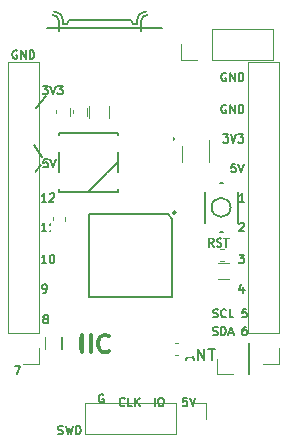
<source format=gbr>
G04 #@! TF.GenerationSoftware,KiCad,Pcbnew,5.1.2-f72e74a~84~ubuntu18.04.1*
G04 #@! TF.CreationDate,2019-05-09T21:42:28-06:00*
G04 #@! TF.ProjectId,rfboard,7266626f-6172-4642-9e6b-696361645f70,rev?*
G04 #@! TF.SameCoordinates,Original*
G04 #@! TF.FileFunction,Legend,Top*
G04 #@! TF.FilePolarity,Positive*
%FSLAX46Y46*%
G04 Gerber Fmt 4.6, Leading zero omitted, Abs format (unit mm)*
G04 Created by KiCad (PCBNEW 5.1.2-f72e74a~84~ubuntu18.04.1) date 2019-05-09 21:42:28*
%MOMM*%
%LPD*%
G04 APERTURE LIST*
%ADD10C,0.300000*%
%ADD11C,0.175000*%
%ADD12C,0.150000*%
%ADD13C,0.200000*%
%ADD14C,0.127000*%
%ADD15C,0.203200*%
%ADD16C,0.120000*%
%ADD17C,0.100000*%
%ADD18R,2.051000X1.398220*%
%ADD19R,1.200000X1.200000*%
%ADD20R,0.850000X1.750000*%
%ADD21C,1.808000*%
%ADD22C,2.200000*%
%ADD23R,1.900000X1.950000*%
%ADD24R,0.762000X1.473200*%
%ADD25R,1.473200X0.762000*%
%ADD26R,1.000000X1.540000*%
%ADD27C,3.100000*%
%ADD28R,1.150000X1.200000*%
%ADD29R,1.650000X1.400000*%
%ADD30R,2.100000X2.100000*%
%ADD31O,2.100000X2.100000*%
%ADD32R,0.900000X1.300000*%
%ADD33R,0.800000X1.050000*%
%ADD34R,1.201420X1.102360*%
%ADD35R,1.300000X0.900000*%
%ADD36C,1.275000*%
G04 APERTURE END LIST*
D10*
X112492857Y-155278571D02*
X112492857Y-153778571D01*
X113207142Y-155278571D02*
X113207142Y-153778571D01*
X114778571Y-155135714D02*
X114707142Y-155207142D01*
X114492857Y-155278571D01*
X114350000Y-155278571D01*
X114135714Y-155207142D01*
X113992857Y-155064285D01*
X113921428Y-154921428D01*
X113850000Y-154635714D01*
X113850000Y-154421428D01*
X113921428Y-154135714D01*
X113992857Y-153992857D01*
X114135714Y-153850000D01*
X114350000Y-153778571D01*
X114492857Y-153778571D01*
X114707142Y-153850000D01*
X114778571Y-153921428D01*
D11*
X114283333Y-158850000D02*
X114216666Y-158816666D01*
X114116666Y-158816666D01*
X114016666Y-158850000D01*
X113950000Y-158916666D01*
X113916666Y-158983333D01*
X113883333Y-159116666D01*
X113883333Y-159216666D01*
X113916666Y-159350000D01*
X113950000Y-159416666D01*
X114016666Y-159483333D01*
X114116666Y-159516666D01*
X114183333Y-159516666D01*
X114283333Y-159483333D01*
X114316666Y-159450000D01*
X114316666Y-159216666D01*
X114183333Y-159216666D01*
D12*
X116083333Y-159750000D02*
X116050000Y-159783333D01*
X115950000Y-159816666D01*
X115883333Y-159816666D01*
X115783333Y-159783333D01*
X115716666Y-159716666D01*
X115683333Y-159650000D01*
X115650000Y-159516666D01*
X115650000Y-159416666D01*
X115683333Y-159283333D01*
X115716666Y-159216666D01*
X115783333Y-159150000D01*
X115883333Y-159116666D01*
X115950000Y-159116666D01*
X116050000Y-159150000D01*
X116083333Y-159183333D01*
X116716666Y-159816666D02*
X116383333Y-159816666D01*
X116383333Y-159116666D01*
X116950000Y-159816666D02*
X116950000Y-159116666D01*
X117350000Y-159816666D02*
X117050000Y-159416666D01*
X117350000Y-159116666D02*
X116950000Y-159516666D01*
X123616666Y-146316666D02*
X123383333Y-145983333D01*
X123216666Y-146316666D02*
X123216666Y-145616666D01*
X123483333Y-145616666D01*
X123550000Y-145650000D01*
X123583333Y-145683333D01*
X123616666Y-145750000D01*
X123616666Y-145850000D01*
X123583333Y-145916666D01*
X123550000Y-145950000D01*
X123483333Y-145983333D01*
X123216666Y-145983333D01*
X123883333Y-146283333D02*
X123983333Y-146316666D01*
X124150000Y-146316666D01*
X124216666Y-146283333D01*
X124250000Y-146250000D01*
X124283333Y-146183333D01*
X124283333Y-146116666D01*
X124250000Y-146050000D01*
X124216666Y-146016666D01*
X124150000Y-145983333D01*
X124016666Y-145950000D01*
X123950000Y-145916666D01*
X123916666Y-145883333D01*
X123883333Y-145816666D01*
X123883333Y-145750000D01*
X123916666Y-145683333D01*
X123950000Y-145650000D01*
X124016666Y-145616666D01*
X124183333Y-145616666D01*
X124283333Y-145650000D01*
X124483333Y-145616666D02*
X124883333Y-145616666D01*
X124683333Y-146316666D02*
X124683333Y-145616666D01*
D11*
X109466666Y-142516666D02*
X109066666Y-142516666D01*
X109266666Y-142516666D02*
X109266666Y-141816666D01*
X109200000Y-141916666D01*
X109133333Y-141983333D01*
X109066666Y-142016666D01*
X109733333Y-141883333D02*
X109766666Y-141850000D01*
X109833333Y-141816666D01*
X110000000Y-141816666D01*
X110066666Y-141850000D01*
X110100000Y-141883333D01*
X110133333Y-141950000D01*
X110133333Y-142016666D01*
X110100000Y-142116666D01*
X109700000Y-142516666D01*
X110133333Y-142516666D01*
X109466666Y-145016666D02*
X109066666Y-145016666D01*
X109266666Y-145016666D02*
X109266666Y-144316666D01*
X109200000Y-144416666D01*
X109133333Y-144483333D01*
X109066666Y-144516666D01*
X110133333Y-145016666D02*
X109733333Y-145016666D01*
X109933333Y-145016666D02*
X109933333Y-144316666D01*
X109866666Y-144416666D01*
X109800000Y-144483333D01*
X109733333Y-144516666D01*
X109466666Y-147716666D02*
X109066666Y-147716666D01*
X109266666Y-147716666D02*
X109266666Y-147016666D01*
X109200000Y-147116666D01*
X109133333Y-147183333D01*
X109066666Y-147216666D01*
X109900000Y-147016666D02*
X109966666Y-147016666D01*
X110033333Y-147050000D01*
X110066666Y-147083333D01*
X110100000Y-147150000D01*
X110133333Y-147283333D01*
X110133333Y-147450000D01*
X110100000Y-147583333D01*
X110066666Y-147650000D01*
X110033333Y-147683333D01*
X109966666Y-147716666D01*
X109900000Y-147716666D01*
X109833333Y-147683333D01*
X109800000Y-147650000D01*
X109766666Y-147583333D01*
X109733333Y-147450000D01*
X109733333Y-147283333D01*
X109766666Y-147150000D01*
X109800000Y-147083333D01*
X109833333Y-147050000D01*
X109900000Y-147016666D01*
X109166666Y-150216666D02*
X109300000Y-150216666D01*
X109366666Y-150183333D01*
X109400000Y-150150000D01*
X109466666Y-150050000D01*
X109500000Y-149916666D01*
X109500000Y-149650000D01*
X109466666Y-149583333D01*
X109433333Y-149550000D01*
X109366666Y-149516666D01*
X109233333Y-149516666D01*
X109166666Y-149550000D01*
X109133333Y-149583333D01*
X109100000Y-149650000D01*
X109100000Y-149816666D01*
X109133333Y-149883333D01*
X109166666Y-149916666D01*
X109233333Y-149950000D01*
X109366666Y-149950000D01*
X109433333Y-149916666D01*
X109466666Y-149883333D01*
X109500000Y-149816666D01*
X109333333Y-152416666D02*
X109266666Y-152383333D01*
X109233333Y-152350000D01*
X109200000Y-152283333D01*
X109200000Y-152250000D01*
X109233333Y-152183333D01*
X109266666Y-152150000D01*
X109333333Y-152116666D01*
X109466666Y-152116666D01*
X109533333Y-152150000D01*
X109566666Y-152183333D01*
X109600000Y-152250000D01*
X109600000Y-152283333D01*
X109566666Y-152350000D01*
X109533333Y-152383333D01*
X109466666Y-152416666D01*
X109333333Y-152416666D01*
X109266666Y-152450000D01*
X109233333Y-152483333D01*
X109200000Y-152550000D01*
X109200000Y-152683333D01*
X109233333Y-152750000D01*
X109266666Y-152783333D01*
X109333333Y-152816666D01*
X109466666Y-152816666D01*
X109533333Y-152783333D01*
X109566666Y-152750000D01*
X109600000Y-152683333D01*
X109600000Y-152550000D01*
X109566666Y-152483333D01*
X109533333Y-152450000D01*
X109466666Y-152416666D01*
X106766666Y-156416666D02*
X107233333Y-156416666D01*
X106933333Y-157116666D01*
D13*
X109000000Y-139400000D02*
X108500000Y-140000000D01*
X108400000Y-137700000D02*
X109100000Y-138700000D01*
X109400000Y-133600000D02*
X108600000Y-134600000D01*
D12*
X124666666Y-134350000D02*
X124600000Y-134316666D01*
X124500000Y-134316666D01*
X124400000Y-134350000D01*
X124333333Y-134416666D01*
X124300000Y-134483333D01*
X124266666Y-134616666D01*
X124266666Y-134716666D01*
X124300000Y-134850000D01*
X124333333Y-134916666D01*
X124400000Y-134983333D01*
X124500000Y-135016666D01*
X124566666Y-135016666D01*
X124666666Y-134983333D01*
X124700000Y-134950000D01*
X124700000Y-134716666D01*
X124566666Y-134716666D01*
X125000000Y-135016666D02*
X125000000Y-134316666D01*
X125400000Y-135016666D01*
X125400000Y-134316666D01*
X125733333Y-135016666D02*
X125733333Y-134316666D01*
X125900000Y-134316666D01*
X126000000Y-134350000D01*
X126066666Y-134416666D01*
X126100000Y-134483333D01*
X126133333Y-134616666D01*
X126133333Y-134716666D01*
X126100000Y-134850000D01*
X126066666Y-134916666D01*
X126000000Y-134983333D01*
X125900000Y-135016666D01*
X125733333Y-135016666D01*
X123550000Y-153783333D02*
X123650000Y-153816666D01*
X123816666Y-153816666D01*
X123883333Y-153783333D01*
X123916666Y-153750000D01*
X123950000Y-153683333D01*
X123950000Y-153616666D01*
X123916666Y-153550000D01*
X123883333Y-153516666D01*
X123816666Y-153483333D01*
X123683333Y-153450000D01*
X123616666Y-153416666D01*
X123583333Y-153383333D01*
X123550000Y-153316666D01*
X123550000Y-153250000D01*
X123583333Y-153183333D01*
X123616666Y-153150000D01*
X123683333Y-153116666D01*
X123850000Y-153116666D01*
X123950000Y-153150000D01*
X124250000Y-153816666D02*
X124250000Y-153116666D01*
X124416666Y-153116666D01*
X124516666Y-153150000D01*
X124583333Y-153216666D01*
X124616666Y-153283333D01*
X124650000Y-153416666D01*
X124650000Y-153516666D01*
X124616666Y-153650000D01*
X124583333Y-153716666D01*
X124516666Y-153783333D01*
X124416666Y-153816666D01*
X124250000Y-153816666D01*
X124916666Y-153616666D02*
X125250000Y-153616666D01*
X124850000Y-153816666D02*
X125083333Y-153116666D01*
X125316666Y-153816666D01*
X126383333Y-153116666D02*
X126250000Y-153116666D01*
X126183333Y-153150000D01*
X126150000Y-153183333D01*
X126083333Y-153283333D01*
X126050000Y-153416666D01*
X126050000Y-153683333D01*
X126083333Y-153750000D01*
X126116666Y-153783333D01*
X126183333Y-153816666D01*
X126316666Y-153816666D01*
X126383333Y-153783333D01*
X126416666Y-153750000D01*
X126450000Y-153683333D01*
X126450000Y-153516666D01*
X126416666Y-153450000D01*
X126383333Y-153416666D01*
X126316666Y-153383333D01*
X126183333Y-153383333D01*
X126116666Y-153416666D01*
X126083333Y-153450000D01*
X126050000Y-153516666D01*
X123566666Y-152283333D02*
X123666666Y-152316666D01*
X123833333Y-152316666D01*
X123900000Y-152283333D01*
X123933333Y-152250000D01*
X123966666Y-152183333D01*
X123966666Y-152116666D01*
X123933333Y-152050000D01*
X123900000Y-152016666D01*
X123833333Y-151983333D01*
X123700000Y-151950000D01*
X123633333Y-151916666D01*
X123600000Y-151883333D01*
X123566666Y-151816666D01*
X123566666Y-151750000D01*
X123600000Y-151683333D01*
X123633333Y-151650000D01*
X123700000Y-151616666D01*
X123866666Y-151616666D01*
X123966666Y-151650000D01*
X124666666Y-152250000D02*
X124633333Y-152283333D01*
X124533333Y-152316666D01*
X124466666Y-152316666D01*
X124366666Y-152283333D01*
X124300000Y-152216666D01*
X124266666Y-152150000D01*
X124233333Y-152016666D01*
X124233333Y-151916666D01*
X124266666Y-151783333D01*
X124300000Y-151716666D01*
X124366666Y-151650000D01*
X124466666Y-151616666D01*
X124533333Y-151616666D01*
X124633333Y-151650000D01*
X124666666Y-151683333D01*
X125300000Y-152316666D02*
X124966666Y-152316666D01*
X124966666Y-151616666D01*
X126400000Y-151616666D02*
X126066666Y-151616666D01*
X126033333Y-151950000D01*
X126066666Y-151916666D01*
X126133333Y-151883333D01*
X126300000Y-151883333D01*
X126366666Y-151916666D01*
X126400000Y-151950000D01*
X126433333Y-152016666D01*
X126433333Y-152183333D01*
X126400000Y-152250000D01*
X126366666Y-152283333D01*
X126300000Y-152316666D01*
X126133333Y-152316666D01*
X126066666Y-152283333D01*
X126033333Y-152250000D01*
X126133333Y-149750000D02*
X126133333Y-150216666D01*
X125966666Y-149483333D02*
X125800000Y-149983333D01*
X126233333Y-149983333D01*
X125766666Y-147016666D02*
X126200000Y-147016666D01*
X125966666Y-147283333D01*
X126066666Y-147283333D01*
X126133333Y-147316666D01*
X126166666Y-147350000D01*
X126200000Y-147416666D01*
X126200000Y-147583333D01*
X126166666Y-147650000D01*
X126133333Y-147683333D01*
X126066666Y-147716666D01*
X125866666Y-147716666D01*
X125800000Y-147683333D01*
X125766666Y-147650000D01*
X125800000Y-144383333D02*
X125833333Y-144350000D01*
X125900000Y-144316666D01*
X126066666Y-144316666D01*
X126133333Y-144350000D01*
X126166666Y-144383333D01*
X126200000Y-144450000D01*
X126200000Y-144516666D01*
X126166666Y-144616666D01*
X125766666Y-145016666D01*
X126200000Y-145016666D01*
X126200000Y-142516666D02*
X125800000Y-142516666D01*
X126000000Y-142516666D02*
X126000000Y-141816666D01*
X125933333Y-141916666D01*
X125866666Y-141983333D01*
X125800000Y-142016666D01*
D11*
X110450000Y-162183333D02*
X110550000Y-162216666D01*
X110716666Y-162216666D01*
X110783333Y-162183333D01*
X110816666Y-162150000D01*
X110850000Y-162083333D01*
X110850000Y-162016666D01*
X110816666Y-161950000D01*
X110783333Y-161916666D01*
X110716666Y-161883333D01*
X110583333Y-161850000D01*
X110516666Y-161816666D01*
X110483333Y-161783333D01*
X110450000Y-161716666D01*
X110450000Y-161650000D01*
X110483333Y-161583333D01*
X110516666Y-161550000D01*
X110583333Y-161516666D01*
X110750000Y-161516666D01*
X110850000Y-161550000D01*
X111083333Y-161516666D02*
X111250000Y-162216666D01*
X111383333Y-161716666D01*
X111516666Y-162216666D01*
X111683333Y-161516666D01*
X111950000Y-162216666D02*
X111950000Y-161516666D01*
X112116666Y-161516666D01*
X112216666Y-161550000D01*
X112283333Y-161616666D01*
X112316666Y-161683333D01*
X112350000Y-161816666D01*
X112350000Y-161916666D01*
X112316666Y-162050000D01*
X112283333Y-162116666D01*
X112216666Y-162183333D01*
X112116666Y-162216666D01*
X111950000Y-162216666D01*
D12*
X121366666Y-159116666D02*
X121033333Y-159116666D01*
X121000000Y-159450000D01*
X121033333Y-159416666D01*
X121100000Y-159383333D01*
X121266666Y-159383333D01*
X121333333Y-159416666D01*
X121366666Y-159450000D01*
X121400000Y-159516666D01*
X121400000Y-159683333D01*
X121366666Y-159750000D01*
X121333333Y-159783333D01*
X121266666Y-159816666D01*
X121100000Y-159816666D01*
X121033333Y-159783333D01*
X121000000Y-159750000D01*
X121600000Y-159116666D02*
X121833333Y-159816666D01*
X122066666Y-159116666D01*
X118633333Y-159816666D02*
X118633333Y-159116666D01*
X119100000Y-159116666D02*
X119233333Y-159116666D01*
X119300000Y-159150000D01*
X119366666Y-159216666D01*
X119400000Y-159350000D01*
X119400000Y-159583333D01*
X119366666Y-159716666D01*
X119300000Y-159783333D01*
X119233333Y-159816666D01*
X119100000Y-159816666D01*
X119033333Y-159783333D01*
X118966666Y-159716666D01*
X118933333Y-159583333D01*
X118933333Y-159350000D01*
X118966666Y-159216666D01*
X119033333Y-159150000D01*
X119100000Y-159116666D01*
D13*
X121357142Y-155666666D02*
X121833333Y-155666666D01*
X121261904Y-155952380D02*
X121595238Y-154952380D01*
X121928571Y-155952380D01*
X122261904Y-155952380D02*
X122261904Y-154952380D01*
X122833333Y-155952380D01*
X122833333Y-154952380D01*
X123166666Y-154952380D02*
X123738095Y-154952380D01*
X123452380Y-155952380D02*
X123452380Y-154952380D01*
D12*
X109566666Y-138916666D02*
X109233333Y-138916666D01*
X109200000Y-139250000D01*
X109233333Y-139216666D01*
X109300000Y-139183333D01*
X109466666Y-139183333D01*
X109533333Y-139216666D01*
X109566666Y-139250000D01*
X109600000Y-139316666D01*
X109600000Y-139483333D01*
X109566666Y-139550000D01*
X109533333Y-139583333D01*
X109466666Y-139616666D01*
X109300000Y-139616666D01*
X109233333Y-139583333D01*
X109200000Y-139550000D01*
X109800000Y-138916666D02*
X110033333Y-139616666D01*
X110266666Y-138916666D01*
X109133333Y-132716666D02*
X109566666Y-132716666D01*
X109333333Y-132983333D01*
X109433333Y-132983333D01*
X109500000Y-133016666D01*
X109533333Y-133050000D01*
X109566666Y-133116666D01*
X109566666Y-133283333D01*
X109533333Y-133350000D01*
X109500000Y-133383333D01*
X109433333Y-133416666D01*
X109233333Y-133416666D01*
X109166666Y-133383333D01*
X109133333Y-133350000D01*
X109766666Y-132716666D02*
X110000000Y-133416666D01*
X110233333Y-132716666D01*
X110400000Y-132716666D02*
X110833333Y-132716666D01*
X110600000Y-132983333D01*
X110700000Y-132983333D01*
X110766666Y-133016666D01*
X110800000Y-133050000D01*
X110833333Y-133116666D01*
X110833333Y-133283333D01*
X110800000Y-133350000D01*
X110766666Y-133383333D01*
X110700000Y-133416666D01*
X110500000Y-133416666D01*
X110433333Y-133383333D01*
X110400000Y-133350000D01*
X106966666Y-129750000D02*
X106900000Y-129716666D01*
X106800000Y-129716666D01*
X106700000Y-129750000D01*
X106633333Y-129816666D01*
X106600000Y-129883333D01*
X106566666Y-130016666D01*
X106566666Y-130116666D01*
X106600000Y-130250000D01*
X106633333Y-130316666D01*
X106700000Y-130383333D01*
X106800000Y-130416666D01*
X106866666Y-130416666D01*
X106966666Y-130383333D01*
X107000000Y-130350000D01*
X107000000Y-130116666D01*
X106866666Y-130116666D01*
X107300000Y-130416666D02*
X107300000Y-129716666D01*
X107700000Y-130416666D01*
X107700000Y-129716666D01*
X108033333Y-130416666D02*
X108033333Y-129716666D01*
X108200000Y-129716666D01*
X108300000Y-129750000D01*
X108366666Y-129816666D01*
X108400000Y-129883333D01*
X108433333Y-130016666D01*
X108433333Y-130116666D01*
X108400000Y-130250000D01*
X108366666Y-130316666D01*
X108300000Y-130383333D01*
X108200000Y-130416666D01*
X108033333Y-130416666D01*
X125466666Y-139316666D02*
X125133333Y-139316666D01*
X125100000Y-139650000D01*
X125133333Y-139616666D01*
X125200000Y-139583333D01*
X125366666Y-139583333D01*
X125433333Y-139616666D01*
X125466666Y-139650000D01*
X125500000Y-139716666D01*
X125500000Y-139883333D01*
X125466666Y-139950000D01*
X125433333Y-139983333D01*
X125366666Y-140016666D01*
X125200000Y-140016666D01*
X125133333Y-139983333D01*
X125100000Y-139950000D01*
X125700000Y-139316666D02*
X125933333Y-140016666D01*
X126166666Y-139316666D01*
X124433333Y-136816666D02*
X124866666Y-136816666D01*
X124633333Y-137083333D01*
X124733333Y-137083333D01*
X124800000Y-137116666D01*
X124833333Y-137150000D01*
X124866666Y-137216666D01*
X124866666Y-137383333D01*
X124833333Y-137450000D01*
X124800000Y-137483333D01*
X124733333Y-137516666D01*
X124533333Y-137516666D01*
X124466666Y-137483333D01*
X124433333Y-137450000D01*
X125066666Y-136816666D02*
X125300000Y-137516666D01*
X125533333Y-136816666D01*
X125700000Y-136816666D02*
X126133333Y-136816666D01*
X125900000Y-137083333D01*
X126000000Y-137083333D01*
X126066666Y-137116666D01*
X126100000Y-137150000D01*
X126133333Y-137216666D01*
X126133333Y-137383333D01*
X126100000Y-137450000D01*
X126066666Y-137483333D01*
X126000000Y-137516666D01*
X125800000Y-137516666D01*
X125733333Y-137483333D01*
X125700000Y-137450000D01*
X124666666Y-131650000D02*
X124600000Y-131616666D01*
X124500000Y-131616666D01*
X124400000Y-131650000D01*
X124333333Y-131716666D01*
X124300000Y-131783333D01*
X124266666Y-131916666D01*
X124266666Y-132016666D01*
X124300000Y-132150000D01*
X124333333Y-132216666D01*
X124400000Y-132283333D01*
X124500000Y-132316666D01*
X124566666Y-132316666D01*
X124666666Y-132283333D01*
X124700000Y-132250000D01*
X124700000Y-132016666D01*
X124566666Y-132016666D01*
X125000000Y-132316666D02*
X125000000Y-131616666D01*
X125400000Y-132316666D01*
X125400000Y-131616666D01*
X125733333Y-132316666D02*
X125733333Y-131616666D01*
X125900000Y-131616666D01*
X126000000Y-131650000D01*
X126066666Y-131716666D01*
X126100000Y-131783333D01*
X126133333Y-131916666D01*
X126133333Y-132016666D01*
X126100000Y-132150000D01*
X126066666Y-132216666D01*
X126000000Y-132283333D01*
X125900000Y-132316666D01*
X125733333Y-132316666D01*
D14*
X110500640Y-136698300D02*
X110500640Y-141697020D01*
X110500640Y-141697020D02*
X115499360Y-141697020D01*
X115499360Y-141697020D02*
X115499360Y-136698300D01*
X115499360Y-136698300D02*
X110500640Y-136698300D01*
D15*
X115500000Y-139197660D02*
X113000000Y-141697660D01*
D16*
X123100000Y-146500000D02*
X123100000Y-147500000D01*
X123100000Y-147500000D02*
X125200000Y-147500000D01*
X123100000Y-146500000D02*
X125200000Y-146500000D01*
D14*
X117500000Y-128050000D02*
X117500000Y-127200000D01*
X117500000Y-127200000D02*
X117500000Y-127150000D01*
X110500000Y-128050000D02*
X110500000Y-127150000D01*
X119250000Y-127850000D02*
X109500000Y-127850000D01*
X117500000Y-127200000D02*
G75*
G02X118000000Y-126700000I500000J0D01*
G01*
X117900000Y-126400000D02*
G75*
G03X117100000Y-127200000I0J-800000D01*
G01*
X117100000Y-127200000D02*
X117100000Y-127500000D01*
X117100000Y-127500000D02*
X116800000Y-127500000D01*
X116800000Y-127500000D02*
G75*
G03X116400000Y-127100000I-400000J0D01*
G01*
X110500000Y-128050000D02*
X110500000Y-127200000D01*
X110500000Y-127200000D02*
X110500000Y-127150000D01*
X110500000Y-127200000D02*
G75*
G03X110000000Y-126700000I-500000J0D01*
G01*
X110100000Y-126400000D02*
G75*
G02X110900000Y-127200000I0J-800000D01*
G01*
X110900000Y-127200000D02*
X110900000Y-127500000D01*
X110900000Y-127500000D02*
X111200000Y-127500000D01*
X111200000Y-127500000D02*
G75*
G02X111600000Y-127100000I400000J0D01*
G01*
X116400000Y-127100000D02*
X111700000Y-127100000D01*
D15*
X120103880Y-150603880D02*
X113098560Y-150603880D01*
X113098560Y-150603880D02*
X113098560Y-143598560D01*
X113098560Y-143598560D02*
X119750820Y-143598560D01*
X120103880Y-143951620D02*
X120103880Y-150603880D01*
X120103880Y-143951620D02*
X119750820Y-143598560D01*
X120436620Y-143443620D02*
G75*
G03X120436620Y-143443620I-152400J0D01*
G01*
D17*
X120330000Y-137200000D02*
G75*
G03X120330000Y-137200000I-130000J0D01*
G01*
D16*
X111500000Y-134550000D02*
X111500000Y-135250000D01*
X110300000Y-135250000D02*
X110300000Y-134550000D01*
X112900000Y-134550000D02*
X112900000Y-135250000D01*
X111700000Y-135250000D02*
X111700000Y-134550000D01*
X113050000Y-134400000D02*
X113050000Y-135400000D01*
X114750000Y-135400000D02*
X114750000Y-134400000D01*
X108830000Y-130710000D02*
X106170000Y-130710000D01*
X108830000Y-153630000D02*
X108830000Y-130710000D01*
X106170000Y-153630000D02*
X106170000Y-130710000D01*
X108830000Y-153630000D02*
X106170000Y-153630000D01*
X108830000Y-154900000D02*
X108830000Y-156230000D01*
X108830000Y-156230000D02*
X107500000Y-156230000D01*
X129150000Y-130710000D02*
X126490000Y-130710000D01*
X129150000Y-153630000D02*
X129150000Y-130710000D01*
X126490000Y-153630000D02*
X126490000Y-130710000D01*
X129150000Y-153630000D02*
X126490000Y-153630000D01*
X129150000Y-154900000D02*
X129150000Y-156230000D01*
X129150000Y-156230000D02*
X127820000Y-156230000D01*
X128630000Y-130530000D02*
X128630000Y-127870000D01*
X123490000Y-130530000D02*
X128630000Y-130530000D01*
X123490000Y-127870000D02*
X128630000Y-127870000D01*
X123490000Y-130530000D02*
X123490000Y-127870000D01*
X122220000Y-130530000D02*
X120890000Y-130530000D01*
X120890000Y-130530000D02*
X120890000Y-129200000D01*
X112730000Y-159570000D02*
X112730000Y-162230000D01*
X120410000Y-159570000D02*
X112730000Y-159570000D01*
X120410000Y-162230000D02*
X112730000Y-162230000D01*
X120410000Y-159570000D02*
X120410000Y-162230000D01*
X121680000Y-159570000D02*
X123010000Y-159570000D01*
X123010000Y-159570000D02*
X123010000Y-160900000D01*
X123950000Y-147720000D02*
X124950000Y-147720000D01*
X124950000Y-149080000D02*
X123950000Y-149080000D01*
X123260000Y-139200000D02*
X123260000Y-137300000D01*
X120940000Y-137800000D02*
X120940000Y-139200000D01*
D15*
X122850460Y-144336040D02*
X122850460Y-141663960D01*
X125649540Y-141663960D02*
X125649540Y-144336040D01*
X124379540Y-140901960D02*
X124120460Y-140901960D01*
X124120460Y-145098040D02*
X124379540Y-145098040D01*
D14*
X125052640Y-143000000D02*
G75*
G03X125052640Y-143000000I-802640J0D01*
G01*
D16*
X109320000Y-155000000D02*
X109320000Y-154000000D01*
X110680000Y-154000000D02*
X110680000Y-155000000D01*
X110820000Y-155000000D02*
X110820000Y-154000000D01*
X112180000Y-154000000D02*
X112180000Y-155000000D01*
X126580000Y-157130000D02*
X126580000Y-154470000D01*
X126520000Y-157130000D02*
X126580000Y-157130000D01*
X126520000Y-154470000D02*
X126580000Y-154470000D01*
X126520000Y-157130000D02*
X126520000Y-154470000D01*
X125250000Y-157130000D02*
X123920000Y-157130000D01*
X123920000Y-157130000D02*
X123920000Y-155800000D01*
X111010000Y-143837221D02*
X111010000Y-144162779D01*
X109990000Y-143837221D02*
X109990000Y-144162779D01*
X120662779Y-154490000D02*
X120337221Y-154490000D01*
X120662779Y-155510000D02*
X120337221Y-155510000D01*
%LPC*%
D18*
X110424440Y-137600000D03*
X110424440Y-140795320D03*
X115575560Y-140795320D03*
X115575560Y-137600000D03*
D19*
X125200000Y-147000000D03*
X123600000Y-147000000D03*
D20*
X115300000Y-131975000D03*
X114650000Y-131975000D03*
X114000000Y-131975000D03*
X113350000Y-131975000D03*
X112700000Y-131975000D03*
D21*
X116500000Y-132000000D03*
X111500000Y-132000000D03*
D22*
X117500000Y-129300000D03*
X110500000Y-129300000D03*
D23*
X115000000Y-129300000D03*
X113000000Y-129300000D03*
X117050000Y-129300000D03*
X110950000Y-129300000D03*
D24*
X119400300Y-142808620D03*
X118600200Y-142808620D03*
X117800100Y-142808620D03*
X117000000Y-142808620D03*
X116202440Y-142808620D03*
X115402340Y-142808620D03*
X114602240Y-142808620D03*
X113802140Y-142808620D03*
D25*
X112308620Y-144302140D03*
X112308620Y-145102240D03*
X112308620Y-145902340D03*
X112308620Y-146702440D03*
X112308620Y-147500000D03*
X112308620Y-148300100D03*
X112308620Y-149100200D03*
X112308620Y-149900300D03*
D24*
X113802140Y-151393820D03*
X114602240Y-151393820D03*
X115402340Y-151393820D03*
X116202440Y-151393820D03*
X117000000Y-151393820D03*
X117800100Y-151393820D03*
X118600200Y-151393820D03*
X119400300Y-151393820D03*
D25*
X120893820Y-149900300D03*
X120893820Y-149100200D03*
X120893820Y-148300100D03*
X120893820Y-147500000D03*
X120893820Y-146702440D03*
X120893820Y-145902340D03*
X120893820Y-145102240D03*
X120893820Y-144302140D03*
D26*
X119650000Y-137760000D03*
X118700000Y-137760000D03*
X117750000Y-137760000D03*
X117750000Y-140040000D03*
X119650000Y-140040000D03*
D27*
X109200000Y-159500000D03*
X126500000Y-159500000D03*
X121200000Y-133600000D03*
D28*
X110900000Y-134150000D03*
X110900000Y-135650000D03*
X112300000Y-134150000D03*
X112300000Y-135650000D03*
D29*
X113900000Y-135900000D03*
X113900000Y-133900000D03*
D30*
X107500000Y-154900000D03*
D31*
X107500000Y-152360000D03*
X107500000Y-149820000D03*
X107500000Y-147280000D03*
X107500000Y-144740000D03*
X107500000Y-142200000D03*
X107500000Y-139660000D03*
X107500000Y-137120000D03*
X107500000Y-134580000D03*
X107500000Y-132040000D03*
D30*
X127820000Y-154900000D03*
D31*
X127820000Y-152360000D03*
X127820000Y-149820000D03*
X127820000Y-147280000D03*
X127820000Y-144740000D03*
X127820000Y-142200000D03*
X127820000Y-139660000D03*
X127820000Y-137120000D03*
X127820000Y-134580000D03*
X127820000Y-132040000D03*
D30*
X122220000Y-129200000D03*
D31*
X124760000Y-129200000D03*
X127300000Y-129200000D03*
D30*
X121680000Y-160900000D03*
D31*
X119140000Y-160900000D03*
X116600000Y-160900000D03*
X114060000Y-160900000D03*
D32*
X125200000Y-148400000D03*
X123700000Y-148400000D03*
D33*
X122750000Y-137550000D03*
X121450000Y-137550000D03*
X122100000Y-137550000D03*
X121450000Y-139450000D03*
X122750000Y-139450000D03*
D34*
X123452440Y-140950220D03*
X123452440Y-145049780D03*
X125047560Y-145049780D03*
X125047560Y-140950220D03*
D35*
X110000000Y-153750000D03*
X110000000Y-155250000D03*
X111500000Y-153750000D03*
X111500000Y-155250000D03*
D30*
X125250000Y-155800000D03*
D17*
G36*
X110887493Y-142576535D02*
G01*
X110918435Y-142581125D01*
X110948778Y-142588725D01*
X110978230Y-142599263D01*
X111006508Y-142612638D01*
X111033338Y-142628719D01*
X111058463Y-142647353D01*
X111081640Y-142668360D01*
X111102647Y-142691537D01*
X111121281Y-142716662D01*
X111137362Y-142743492D01*
X111150737Y-142771770D01*
X111161275Y-142801222D01*
X111168875Y-142831565D01*
X111173465Y-142862507D01*
X111175000Y-142893750D01*
X111175000Y-143531250D01*
X111173465Y-143562493D01*
X111168875Y-143593435D01*
X111161275Y-143623778D01*
X111150737Y-143653230D01*
X111137362Y-143681508D01*
X111121281Y-143708338D01*
X111102647Y-143733463D01*
X111081640Y-143756640D01*
X111058463Y-143777647D01*
X111033338Y-143796281D01*
X111006508Y-143812362D01*
X110978230Y-143825737D01*
X110948778Y-143836275D01*
X110918435Y-143843875D01*
X110887493Y-143848465D01*
X110856250Y-143850000D01*
X110143750Y-143850000D01*
X110112507Y-143848465D01*
X110081565Y-143843875D01*
X110051222Y-143836275D01*
X110021770Y-143825737D01*
X109993492Y-143812362D01*
X109966662Y-143796281D01*
X109941537Y-143777647D01*
X109918360Y-143756640D01*
X109897353Y-143733463D01*
X109878719Y-143708338D01*
X109862638Y-143681508D01*
X109849263Y-143653230D01*
X109838725Y-143623778D01*
X109831125Y-143593435D01*
X109826535Y-143562493D01*
X109825000Y-143531250D01*
X109825000Y-142893750D01*
X109826535Y-142862507D01*
X109831125Y-142831565D01*
X109838725Y-142801222D01*
X109849263Y-142771770D01*
X109862638Y-142743492D01*
X109878719Y-142716662D01*
X109897353Y-142691537D01*
X109918360Y-142668360D01*
X109941537Y-142647353D01*
X109966662Y-142628719D01*
X109993492Y-142612638D01*
X110021770Y-142599263D01*
X110051222Y-142588725D01*
X110081565Y-142581125D01*
X110112507Y-142576535D01*
X110143750Y-142575000D01*
X110856250Y-142575000D01*
X110887493Y-142576535D01*
X110887493Y-142576535D01*
G37*
D36*
X110500000Y-143212500D03*
D17*
G36*
X110887493Y-144151535D02*
G01*
X110918435Y-144156125D01*
X110948778Y-144163725D01*
X110978230Y-144174263D01*
X111006508Y-144187638D01*
X111033338Y-144203719D01*
X111058463Y-144222353D01*
X111081640Y-144243360D01*
X111102647Y-144266537D01*
X111121281Y-144291662D01*
X111137362Y-144318492D01*
X111150737Y-144346770D01*
X111161275Y-144376222D01*
X111168875Y-144406565D01*
X111173465Y-144437507D01*
X111175000Y-144468750D01*
X111175000Y-145106250D01*
X111173465Y-145137493D01*
X111168875Y-145168435D01*
X111161275Y-145198778D01*
X111150737Y-145228230D01*
X111137362Y-145256508D01*
X111121281Y-145283338D01*
X111102647Y-145308463D01*
X111081640Y-145331640D01*
X111058463Y-145352647D01*
X111033338Y-145371281D01*
X111006508Y-145387362D01*
X110978230Y-145400737D01*
X110948778Y-145411275D01*
X110918435Y-145418875D01*
X110887493Y-145423465D01*
X110856250Y-145425000D01*
X110143750Y-145425000D01*
X110112507Y-145423465D01*
X110081565Y-145418875D01*
X110051222Y-145411275D01*
X110021770Y-145400737D01*
X109993492Y-145387362D01*
X109966662Y-145371281D01*
X109941537Y-145352647D01*
X109918360Y-145331640D01*
X109897353Y-145308463D01*
X109878719Y-145283338D01*
X109862638Y-145256508D01*
X109849263Y-145228230D01*
X109838725Y-145198778D01*
X109831125Y-145168435D01*
X109826535Y-145137493D01*
X109825000Y-145106250D01*
X109825000Y-144468750D01*
X109826535Y-144437507D01*
X109831125Y-144406565D01*
X109838725Y-144376222D01*
X109849263Y-144346770D01*
X109862638Y-144318492D01*
X109878719Y-144291662D01*
X109897353Y-144266537D01*
X109918360Y-144243360D01*
X109941537Y-144222353D01*
X109966662Y-144203719D01*
X109993492Y-144187638D01*
X110021770Y-144174263D01*
X110051222Y-144163725D01*
X110081565Y-144156125D01*
X110112507Y-144151535D01*
X110143750Y-144150000D01*
X110856250Y-144150000D01*
X110887493Y-144151535D01*
X110887493Y-144151535D01*
G37*
D36*
X110500000Y-144787500D03*
D17*
G36*
X120062493Y-154326535D02*
G01*
X120093435Y-154331125D01*
X120123778Y-154338725D01*
X120153230Y-154349263D01*
X120181508Y-154362638D01*
X120208338Y-154378719D01*
X120233463Y-154397353D01*
X120256640Y-154418360D01*
X120277647Y-154441537D01*
X120296281Y-154466662D01*
X120312362Y-154493492D01*
X120325737Y-154521770D01*
X120336275Y-154551222D01*
X120343875Y-154581565D01*
X120348465Y-154612507D01*
X120350000Y-154643750D01*
X120350000Y-155356250D01*
X120348465Y-155387493D01*
X120343875Y-155418435D01*
X120336275Y-155448778D01*
X120325737Y-155478230D01*
X120312362Y-155506508D01*
X120296281Y-155533338D01*
X120277647Y-155558463D01*
X120256640Y-155581640D01*
X120233463Y-155602647D01*
X120208338Y-155621281D01*
X120181508Y-155637362D01*
X120153230Y-155650737D01*
X120123778Y-155661275D01*
X120093435Y-155668875D01*
X120062493Y-155673465D01*
X120031250Y-155675000D01*
X119393750Y-155675000D01*
X119362507Y-155673465D01*
X119331565Y-155668875D01*
X119301222Y-155661275D01*
X119271770Y-155650737D01*
X119243492Y-155637362D01*
X119216662Y-155621281D01*
X119191537Y-155602647D01*
X119168360Y-155581640D01*
X119147353Y-155558463D01*
X119128719Y-155533338D01*
X119112638Y-155506508D01*
X119099263Y-155478230D01*
X119088725Y-155448778D01*
X119081125Y-155418435D01*
X119076535Y-155387493D01*
X119075000Y-155356250D01*
X119075000Y-154643750D01*
X119076535Y-154612507D01*
X119081125Y-154581565D01*
X119088725Y-154551222D01*
X119099263Y-154521770D01*
X119112638Y-154493492D01*
X119128719Y-154466662D01*
X119147353Y-154441537D01*
X119168360Y-154418360D01*
X119191537Y-154397353D01*
X119216662Y-154378719D01*
X119243492Y-154362638D01*
X119271770Y-154349263D01*
X119301222Y-154338725D01*
X119331565Y-154331125D01*
X119362507Y-154326535D01*
X119393750Y-154325000D01*
X120031250Y-154325000D01*
X120062493Y-154326535D01*
X120062493Y-154326535D01*
G37*
D36*
X119712500Y-155000000D03*
D17*
G36*
X121637493Y-154326535D02*
G01*
X121668435Y-154331125D01*
X121698778Y-154338725D01*
X121728230Y-154349263D01*
X121756508Y-154362638D01*
X121783338Y-154378719D01*
X121808463Y-154397353D01*
X121831640Y-154418360D01*
X121852647Y-154441537D01*
X121871281Y-154466662D01*
X121887362Y-154493492D01*
X121900737Y-154521770D01*
X121911275Y-154551222D01*
X121918875Y-154581565D01*
X121923465Y-154612507D01*
X121925000Y-154643750D01*
X121925000Y-155356250D01*
X121923465Y-155387493D01*
X121918875Y-155418435D01*
X121911275Y-155448778D01*
X121900737Y-155478230D01*
X121887362Y-155506508D01*
X121871281Y-155533338D01*
X121852647Y-155558463D01*
X121831640Y-155581640D01*
X121808463Y-155602647D01*
X121783338Y-155621281D01*
X121756508Y-155637362D01*
X121728230Y-155650737D01*
X121698778Y-155661275D01*
X121668435Y-155668875D01*
X121637493Y-155673465D01*
X121606250Y-155675000D01*
X120968750Y-155675000D01*
X120937507Y-155673465D01*
X120906565Y-155668875D01*
X120876222Y-155661275D01*
X120846770Y-155650737D01*
X120818492Y-155637362D01*
X120791662Y-155621281D01*
X120766537Y-155602647D01*
X120743360Y-155581640D01*
X120722353Y-155558463D01*
X120703719Y-155533338D01*
X120687638Y-155506508D01*
X120674263Y-155478230D01*
X120663725Y-155448778D01*
X120656125Y-155418435D01*
X120651535Y-155387493D01*
X120650000Y-155356250D01*
X120650000Y-154643750D01*
X120651535Y-154612507D01*
X120656125Y-154581565D01*
X120663725Y-154551222D01*
X120674263Y-154521770D01*
X120687638Y-154493492D01*
X120703719Y-154466662D01*
X120722353Y-154441537D01*
X120743360Y-154418360D01*
X120766537Y-154397353D01*
X120791662Y-154378719D01*
X120818492Y-154362638D01*
X120846770Y-154349263D01*
X120876222Y-154338725D01*
X120906565Y-154331125D01*
X120937507Y-154326535D01*
X120968750Y-154325000D01*
X121606250Y-154325000D01*
X121637493Y-154326535D01*
X121637493Y-154326535D01*
G37*
D36*
X121287500Y-155000000D03*
M02*

</source>
